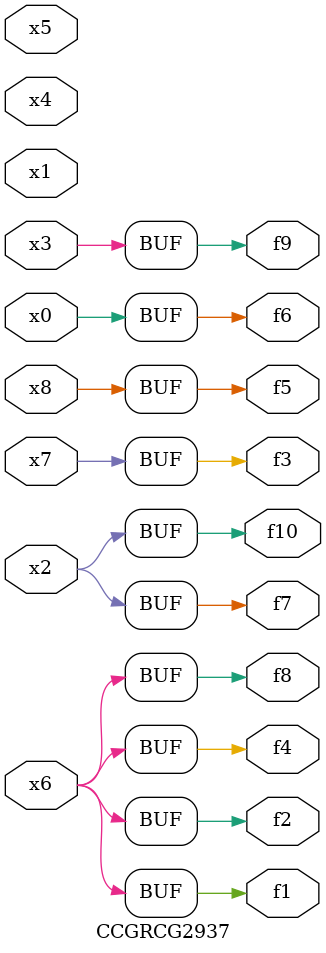
<source format=v>
module CCGRCG2937(
	input x0, x1, x2, x3, x4, x5, x6, x7, x8,
	output f1, f2, f3, f4, f5, f6, f7, f8, f9, f10
);
	assign f1 = x6;
	assign f2 = x6;
	assign f3 = x7;
	assign f4 = x6;
	assign f5 = x8;
	assign f6 = x0;
	assign f7 = x2;
	assign f8 = x6;
	assign f9 = x3;
	assign f10 = x2;
endmodule

</source>
